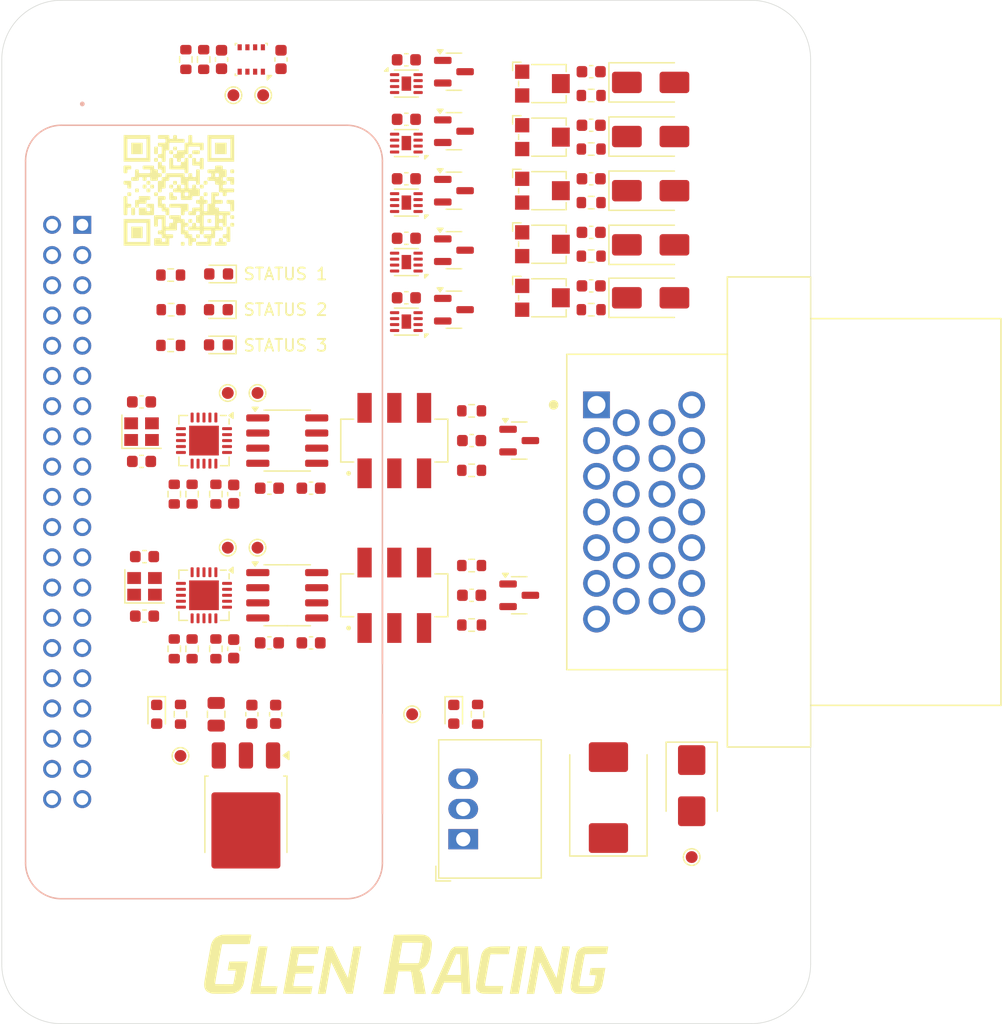
<source format=kicad_pcb>
(kicad_pcb (version 20241229) (generator "pcbnew") (generator_version "9.0")
  (layers (0 "F.Cu" signal) (2 "B.Cu" signal) (13 "F.Paste" user) (15 "B.Paste" user) (5 "F.SilkS" user "F.Silkscreen") (7 "B.SilkS" user "B.Silkscreen") (1 "F.Mask" user) (3 "B.Mask" user) (25 "Edge.Cuts" user))
  (net 0 "")
  (net 1 "GND")
  (net 2 "Net-(U2-OSC2)")
  (net 3 "Net-(U3-OSC2)")
  (net 4 "Net-(U2-OSC1)")
  (net 5 "Net-(U3-OSC1)")
  (net 6 "+3V3")
  (net 7 "Net-(C11-Pad1)")
  (net 8 "Net-(C12-Pad1)")
  (net 9 "+5V")
  (net 10 "+3.3V")
  (net 11 "/D_INPUT_12V_1")
  (net 12 "/D_INPUT_12V_2")
  (net 13 "/D_INPUT_12V_3")
  (net 14 "/D_INPUT_12V_4")
  (net 15 "/D_INPUT_12V_5")
  (net 16 "/~STATUS_LED_1")
  (net 17 "Net-(D1-A)")
  (net 18 "/~STATUS_LED_2")
  (net 19 "Net-(D2-A)")
  (net 20 "/~STATUS_LED_3")
  (net 21 "Net-(D3-A)")
  (net 22 "/CAN_Communication/CAN1_P")
  (net 23 "/CAN_Communication/CAN1_N")
  (net 24 "+BATT")
  (net 25 "+12V")
  (net 26 "Net-(D8-K)")
  (net 27 "Net-(D9-A)")
  (net 29 "/CAN_1_P")
  (net 30 "/D_OUTPUT_12V_3")
  (net 31 "/CAN_2_N")
  (net 32 "/D_OUTPUT_12V_1")
  (net 34 "/D_OUTPUT_12V_5")
  (net 35 "/D_OUTPUT_12V_4")
  (net 36 "/CAN_1_N")
  (net 37 "/CAN_2_P")
  (net 38 "/D_OUTPUT_12V_2")
  (net 39 "Net-(Q1-G)")
  (net 40 "Net-(Q2-G)")
  (net 41 "Net-(Q3-G)")
  (net 42 "Net-(Q4-G)")
  (net 43 "Net-(Q5-G)")
  (net 44 "/~CAN1_CS")
  (net 45 "/~CAN2_CS")
  (net 46 "Net-(U2-~{RESET})")
  (net 47 "Net-(U3-~{RESET})")
  (net 48 "/~CAN1_INT")
  (net 49 "/~CAN2_INT")
  (net 50 "Net-(R10-Pad1)")
  (net 51 "Net-(R11-Pad1)")
  (net 52 "Net-(R12-Pad1)")
  (net 53 "Net-(R13-Pad1)")
  (net 54 "/SCL_3.3V")
  (net 55 "/SDA_3.3V")
  (net 56 "Net-(R19-Pad1)")
  (net 57 "Net-(R20-Pad1)")
  (net 58 "Net-(R21-Pad1)")
  (net 59 "Net-(R22-Pad1)")
  (net 60 "Net-(R23-Pad1)")
  (net 61 "/BATT_MEAS_3.3V")
  (net 62 "/D_INPUT_3.3V_1")
  (net 63 "/D_INPUT_3.3V_2")
  (net 64 "/D_INPUT_3.3V_3")
  (net 65 "/D_INPUT_3.3V_4")
  (net 66 "/D_INPUT_3.3V_5")
  (net 71 "/CAN_Communication/CAN1_TX")
  (net 72 "/CAN_Communication/CAN2_TX")
  (net 73 "/CAN_Communication/CAN1_RX")
  (net 74 "/CAN_Communication/CAN2_RX")
  (net 75 "/D_OUTPUT_3.3V_4_UP")
  (net 77 "/D_OUTPUT_3.3V_5_UP")
  (net 79 "/D_OUTPUT_3.3V_2_UP")
  (net 81 "/MOSI")
  (net 83 "/SCK")
  (net 84 "/D_OUTPUT_3.3V_3_UP")
  (net 86 "/D_OUTPUT_3.3V_1_UP")
  (net 89 "/MISO")
  (net 102 "/CAN_Communication/CAN_STANDBY")
  (footprint "TestPoint:TestPoint_Pad_D1.0mm" (layer "F.Cu") (at 146 90)
    (property "Reference" "TP3" (hide yes))
    (property "Value" "CAN_RX")
    (pad "1" smd circle (at 0 0) (size 1 1) (layers "F.Cu" "F.Mask") (net 73 "/CAN_Communication/CAN1_RX"))
  )
  (footprint "Package_TO_SOT_SMD:SOT-23" (layer "F.Cu") (at 170.5 94)
    (property "Reference" "D4" (hide yes))
    (property "Value" "NUP2105L")
    (pad "1" smd roundrect (at -0.9375 -0.95) (size 1.475 0.6) (layers "F.Cu" "F.Mask" "F.Paste") (net 22 "/CAN_Communication/CAN1_P"))
    (pad "2" smd roundrect (at -0.9375 0.95) (size 1.475 0.6) (layers "F.Cu" "F.Mask" "F.Paste") (net 23 "/CAN_Communication/CAN1_N"))
    (pad "3" smd roundrect (at 0.9375 0) (size 1.475 0.6) (layers "F.Cu" "F.Mask" "F.Paste") (net 1 "GND"))
  )
  (footprint "Resistor_SMD:R_0603_1608Metric" (layer "F.Cu") (at 145 98.5 -90)
    (property "Reference" "R6" (hide yes))
    (property "Value" "10k")
    (pad "1" smd roundrect (at -0.825 0 270) (size 0.8 0.95) (layers "F.Cu" "F.Mask" "F.Paste") (net 46 "Net-(U2-~{RESET})"))
    (pad "2" smd roundrect (at 0.825 0 270) (size 0.8 0.95) (layers "F.Cu" "F.Mask" "F.Paste") (net 10 "+3.3V"))
  )
  (footprint "Package_TO_SOT_SMD:TO-252-3_TabPin2" (layer "F.Cu") (at 147.525 125.5 -90)
    (property "Reference" "U7" (hide yes))
    (property "Value" "TLE42744DV33ATMA1")
    (pad "1" smd roundrect (at -5.04 -2.28 270) (size 2.2 1.2) (layers "F.Cu" "F.Mask" "F.Paste") (roundrect_rratio 0.208333) (net 9 "+5V"))
    (pad "2" smd roundrect (at -5.04 0 270) (size 2.2 1.2) (layers "F.Cu" "F.Mask" "F.Paste") (roundrect_rratio 0.208333) (net 1 "GND"))
    (pad "2" smd roundrect (at 1.26 0 270) (size 6.4 5.8) (layers "F.Cu" "F.Mask") (roundrect_rratio 0.043103) (net 1 "GND"))
    (pad "3" smd roundrect (at -5.04 2.28 270) (size 2.2 1.2) (layers "F.Cu" "F.Mask" "F.Paste") (roundrect_rratio 0.208333) (net 6 "+3V3"))
  )
  (footprint "Capacitor_SMD:C_0603_1608Metric" (layer "F.Cu") (at 150.025 117 -90)
    (property "Reference" "C14" (hide yes))
    (property "Value" "0.1uF")
    (pad "1" smd roundrect (at -0.775 0 270) (size 0.9 0.95) (layers "F.Cu" "F.Mask" "F.Paste") (net 1 "GND"))
    (pad "2" smd roundrect (at 0.775 0 270) (size 0.9 0.95) (layers "F.Cu" "F.Mask" "F.Paste") (net 9 "+5V"))
  )
  (footprint "Resistor_SMD:R_0603_1608Metric" (layer "F.Cu") (at 145 111.5 -90)
    (property "Reference" "R7" (hide yes))
    (property "Value" "10k")
    (pad "1" smd roundrect (at -0.825 0 270) (size 0.8 0.95) (layers "F.Cu" "F.Mask" "F.Paste") (net 47 "Net-(U3-~{RESET})"))
    (pad "2" smd roundrect (at 0.825 0 270) (size 0.8 0.95) (layers "F.Cu" "F.Mask" "F.Paste") (net 10 "+3.3V"))
  )
  (footprint "Potentiometer_SMD:Potentiometer_Bourns_TC33X_Vertical" (layer "F.Cu") (at 172.55 64)
    (property "Reference" "RV2" (hide yes))
    (property "Value" "10k Trim")
    (pad "1" smd rect (at -1.8 -1) (size 1.2 1.2) (layers "F.Cu" "F.Mask" "F.Paste") (net 11 "/D_INPUT_12V_1"))
    (pad "2" smd rect (at 1.45 0) (size 1.5 1.6) (layers "F.Cu" "F.Mask" "F.Paste") (net 62 "/D_INPUT_3.3V_1"))
    (pad "3" smd rect (at -1.8 1) (size 1.2 1.2) (layers "F.Cu" "F.Mask" "F.Paste") (net 56 "Net-(R19-Pad1)"))
  )
  (footprint "Resistor_SMD:R_0603_1608Metric" (layer "F.Cu") (at 176.55 83 180)
    (property "Reference" "R23" (hide yes))
    (property "Value" "2.2k")
    (pad "1" smd roundrect (at -0.825 0 180) (size 0.8 0.95) (layers "F.Cu" "F.Mask" "F.Paste") (net 60 "Net-(R23-Pad1)"))
    (pad "2" smd roundrect (at 0.825 0 180) (size 0.8 0.95) (layers "F.Cu" "F.Mask" "F.Paste") (net 1 "GND"))
  )
  (footprint "TestPoint:TestPoint_Pad_D1.0mm" (layer "F.Cu") (at 146.475 64.975 180)
    (property "Reference" "TP9" (hide yes))
    (property "Value" "SCL")
    (pad "1" smd circle (at 0 0 180) (size 1 1) (layers "F.Cu" "F.Mask") (net 54 "/SCL_3.3V"))
  )
  (footprint "Potentiometer_SMD:Potentiometer_Bourns_TC33X_Vertical" (layer "F.Cu") (at 172.55 77.5)
    (property "Reference" "RV5" (hide yes))
    (property "Value" "10k Trim")
    (pad "1" smd rect (at -1.8 -1) (size 1.2 1.2) (layers "F.Cu" "F.Mask" "F.Paste") (net 14 "/D_INPUT_12V_4"))
    (pad "2" smd rect (at 1.45 0) (size 1.5 1.6) (layers "F.Cu" "F.Mask" "F.Paste") (net 65 "/D_INPUT_3.3V_4"))
    (pad "3" smd rect (at -1.8 1) (size 1.2 1.2) (layers "F.Cu" "F.Mask" "F.Paste") (net 59 "Net-(R22-Pad1)"))
  )
  (footprint "Capacitor_SMD:C_0603_1608Metric" (layer "F.Cu") (at 176.55 81 180)
    (property "Reference" "C26" (hide yes))
    (property "Value" "0.1uF")
    (pad "1" smd roundrect (at -0.775 0 180) (size 0.9 0.95) (layers "F.Cu" "F.Mask" "F.Paste") (net 15 "/D_INPUT_12V_5"))
    (pad "2" smd roundrect (at 0.775 0 180) (size 0.9 0.95) (layers "F.Cu" "F.Mask" "F.Paste") (net 1 "GND"))
  )
  (footprint "Package_TO_SOT_SMD:SOT-23" (layer "F.Cu") (at 165.0125 83)
    (property "Reference" "Q1" (hide yes))
    (property "Value" "BSS138")
    (pad "1" smd roundrect (at -0.9375 -0.95) (size 1.475 0.6) (layers "F.Cu" "F.Mask" "F.Paste") (net 39 "Net-(Q1-G)"))
    (pad "2" smd roundrect (at -0.9375 0.95) (size 1.475 0.6) (layers "F.Cu" "F.Mask" "F.Paste") (net 32 "/D_OUTPUT_12V_1"))
    (pad "3" smd roundrect (at 0.9375 0) (size 1.475 0.6) (layers "F.Cu" "F.Mask" "F.Paste") (net 25 "+12V"))
  )
  (footprint "Diode_SMD:D_SMA" (layer "F.Cu") (at 181.55 63.9)
    (property "Reference" "D10" (hide yes))
    (property "Value" "SMAJ15CA")
    (pad "1" smd roundrect (at -2 0) (size 2.5 1.8) (layers "F.Cu" "F.Mask" "F.Paste") (roundrect_rratio 0.1388888889) (net 11 "/D_INPUT_12V_1"))
    (pad "2" smd roundrect (at 2 0) (size 2.5 1.8) (layers "F.Cu" "F.Mask" "F.Paste") (roundrect_rratio 0.1388888889) (net 1 "GND"))
  )
  (footprint "Resistor_SMD:R_0603_1608Metric" (layer "F.Cu") (at 141.5 98.5 90)
    (property "Reference" "R8" (hide yes))
    (property "Value" "10k")
    (pad "1" smd roundrect (at -0.825 0 90) (size 0.8 0.95) (layers "F.Cu" "F.Mask" "F.Paste") (net 10 "+3.3V"))
    (pad "2" smd roundrect (at 0.825 0 90) (size 0.8 0.95) (layers "F.Cu" "F.Mask" "F.Paste") (net 48 "/~CAN1_INT"))
  )
  (footprint "Potentiometer_SMD:Potentiometer_Bourns_TC33X_Vertical" (layer "F.Cu") (at 172.55 82)
    (property "Reference" "RV6" (hide yes))
    (property "Value" "10k Trim")
    (pad "1" smd rect (at -1.8 -1) (size 1.2 1.2) (layers "F.Cu" "F.Mask" "F.Paste") (net 15 "/D_INPUT_12V_5"))
    (pad "2" smd rect (at 1.45 0) (size 1.5 1.6) (layers "F.Cu" "F.Mask" "F.Paste") (net 66 "/D_INPUT_3.3V_5"))
    (pad "3" smd rect (at -1.8 1) (size 1.2 1.2) (layers "F.Cu" "F.Mask" "F.Paste") (net 60 "Net-(R23-Pad1)"))
  )
  (footprint "Diode_SMD:D_SMB" (layer "F.Cu") (at 185 123 -90)
    (property "Reference" "D6" (hide yes))
    (property "Value" "SMBJ36CA-13-F")
    (pad "1" smd roundrect (at -2.15 0 270) (size 2.5 2.3) (layers "F.Cu" "F.Mask" "F.Paste") (roundrect_rratio 0.1086956522) (net 24 "+BATT"))
    (pad "2" smd roundrect (at 2.15 0 270) (size 2.5 2.3) (layers "F.Cu" "F.Mask" "F.Paste") (roundrect_rratio 0.1086956522) (net 1 "GND"))
  )
  (footprint "LED_SMD:LED_0603_1608Metric" (layer "F.Cu") (at 145.2325 80 180)
    (property "Reference" "D3" (hide yes))
    (property "Value" "LED")
    (pad "1" smd roundrect (at -0.7875 0 180) (size 0.875 0.95) (layers "F.Cu" "F.Mask" "F.Paste") (net 20 "/~STATUS_LED_3"))
    (pad "2" smd roundrect (at 0.7875 0 180) (size 0.875 0.95) (layers "F.Cu" "F.Mask" "F.Paste") (net 21 "Net-(D3-A)"))
  )
  (footprint "Capacitor_SMD:C_0603_1608Metric" (layer "F.Cu") (at 176.55 72 180)
    (property "Reference" "C22" (hide yes))
    (property "Value" "0.1uF")
    (pad "1" smd roundrect (at -0.775 0 180) (size 0.9 0.95) (layers "F.Cu" "F.Mask" "F.Paste") (net 13 "/D_INPUT_12V_3"))
    (pad "2" smd roundrect (at 0.775 0 180) (size 0.9 0.95) (layers "F.Cu" "F.Mask" "F.Paste") (net 1 "GND"))
  )
  (footprint "Package_DFN_QFN:QFN-20-1EP_4x4mm_P0.5mm_EP2.5x2.5mm" (layer "F.Cu") (at 144 107 -90)
    (property "Reference" "U3" (hide yes))
    (property "Value" "MCP2515T-I/ML")
    (pad "1" smd roundrect (at -1.9375 -1 270) (size 0.825 0.25) (layers "F.Cu" "F.Mask" "F.Paste"))
    (pad "2" smd roundrect (at -1.9375 -0.5 270) (size 0.825 0.25) (layers "F.Cu" "F.Mask" "F.Paste"))
    (pad "3" smd roundrect (at -1.9375 0 270) (size 0.825 0.25) (layers "F.Cu" "F.Mask" "F.Paste"))
    (pad "4" smd roundrect (at -1.9375 0.5 270) (size 0.825 0.25) (layers "F.Cu" "F.Mask" "F.Paste"))
    (pad "5" smd roundrect (at -1.9375 1 270) (size 0.825 0.25) (layers "F.Cu" "F.Mask" "F.Paste"))
    (pad "6" smd roundrect (at -1 1.9375 270) (size 0.25 0.825) (layers "F.Cu" "F.Mask" "F.Paste") (net 3 "Net-(U3-OSC2)"))
    (pad "7" smd roundrect (at -0.5 1.9375 270) (size 0.25 0.825) (layers "F.Cu" "F.Mask" "F.Paste") (net 5 "Net-(U3-OSC1)"))
    (pad "8" smd roundrect (at 0 1.9375 270) (size 0.25 0.825) (layers "F.Cu" "F.Mask" "F.Paste") (net 1 "GND"))
    (pad "9" smd roundrect (at 0.5 1.9375 270) (size 0.25 0.825) (layers "F.Cu" "F.Mask" "F.Paste"))
    (pad "10" smd roundrect (at 1 1.9375 270) (size 0.25 0.825) (layers "F.Cu" "F.Mask" "F.Paste"))
    (pad "11" smd roundrect (at 1.9375 1 270) (size 0.825 0.25) (layers "F.Cu" "F.Mask" "F.Paste") (net 49 "/~CAN2_INT"))
    (pad "12" smd roundrect (at 1.9375 0.5 270) (size 0.825 0.25) (layers "F.Cu" "F.Mask" "F.Paste") (net 83 "/SCK"))
    (pad "13" smd roundrect (at 1.9375 0 270) (size 0.825 0.25) (layers "F.Cu" "F.Mask" "F.Paste"))
    (pad "14" smd roundrect (at 1.9375 -0.5 270) (size 0.825 0.25) (layers "F.Cu" "F.Mask" "F.Paste") (net 81 "/MOSI"))
    (pad "15" smd roundrect (at 1.9375 -1 270) (size 0.825 0.25) (layers "F.Cu" "F.Mask" "F.Paste") (net 89 "/MISO"))
    (pad "16" smd roundrect (at 1 -1.9375 270) (size 0.25 0.825) (layers "F.Cu" "F.Mask" "F.Paste") (net 45 "/~CAN2_CS"))
    (pad "17" smd roundrect (at 0.5 -1.9375 270) (size 0.25 0.825) (layers "F.Cu" "F.Mask" "F.Paste") (net 47 "Net-(U3-~{RESET})"))
    (pad "18" smd roundrect (at 0 -1.9375 270) (size 0.25 0.825) (layers "F.Cu" "F.Mask" "F.Paste") (net 6 "+3V3"))
    (pad "19" smd roundrect (at -0.5 -1.9375 270) (size 0.25 0.825) (layers "F.Cu" "F.Mask" "F.Paste") (net 72 "/CAN_Communication/CAN2_TX"))
    (pad "20" smd roundrect (at -1 -1.9375 270) (size 0.25 0.825) (layers "F.Cu" "F.Mask" "F.Paste") (net 74 "/CAN_Communication/CAN2_RX"))
    (pad "21" smd rect (at 0 0 270) (size 2.5 2.5) (property pad_prop_heatsink) (layers "F.Cu" "F.Mask") (net 1 "GND"))
  )
  (footprint "Capacitor_SMD:C_0603_1608Metric" (layer "F.Cu") (at 138.75 95.75)
    (property "Reference" "C3" (hide yes))
    (property "Value" "22pF")
    (pad "1" smd roundrect (at -0.775 0) (size 0.9 0.95) (layers "F.Cu" "F.Mask" "F.Paste") (net 4 "Net-(U2-OSC1)"))
    (pad "2" smd roundrect (at 0.775 0) (size 0.9 0.95) (layers "F.Cu" "F.Mask" "F.Paste") (net 1 "GND"))
  )
  (footprint "TestPoint:TestPoint_Pad_D1.0mm" (layer "F.Cu") (at 148.5 90)
    (property "Reference" "TP1" (hide yes))
    (property "Value" "CAN_TX")
    (pad "1" smd circle (at 0 0) (size 1 1) (layers "F.Cu" "F.Mask") (net 71 "/CAN_Communication/CAN1_TX"))
  )
  (footprint "Resistor_SMD:R_0603_1608Metric" (layer "F.Cu") (at 141.2325 83)
    (property "Reference" "R2" (hide yes))
    (property "Value" "1k")
    (pad "1" smd roundrect (at -0.825 0) (size 0.8 0.95) (layers "F.Cu" "F.Mask" "F.Paste") (net 10 "+3.3V"))
    (pad "2" smd roundrect (at 0.825 0) (size 0.8 0.95) (layers "F.Cu" "F.Mask" "F.Paste") (net 19 "Net-(D2-A)"))
  )
  (footprint "Resistor_SMD:R_0603_1608Metric" (layer "F.Cu") (at 143 111.5 90)
    (property "Reference" "R5" (hide yes))
    (property "Value" "10k")
    (pad "1" smd roundrect (at -0.825 0 90) (size 0.8 0.95) (layers "F.Cu" "F.Mask" "F.Paste") (net 10 "+3.3V"))
    (pad "2" smd roundrect (at 0.825 0 90) (size 0.8 0.95) (layers "F.Cu" "F.Mask" "F.Paste") (net 45 "/~CAN2_CS"))
  )
  (footprint "MountingHole:MountingHole_3.2mm_M3" (layer "F.Cu") (at 132 62)
    (property "Reference" "H1" (hide yes))
    (property "Value" "MountingHole")
    (pad "" np_thru_hole circle (at 0 0) (size 3.2 3.2) (drill 3.2) (layers "*.Cu" "*.Mask"))
  )
  (footprint "Capacitor_SMD:C_0603_1608Metric" (layer "F.Cu") (at 161.0125 67 180)
    (property "Reference" "C25" (hide yes))
    (property "Value" "0.1uF")
    (pad "1" smd roundrect (at -0.775 0 180) (size 0.9 0.95) (layers "F.Cu" "F.Mask" "F.Paste") (net 1 "GND"))
    (pad "2" smd roundrect (at 0.775 0 180) (size 0.9 0.95) (layers "F.Cu" "F.Mask" "F.Paste") (net 9 "+5V"))
  )
  (footprint "Capacitor_SMD:C_0603_1608Metric" (layer "F.Cu") (at 161.0125 77 180)
    (property "Reference" "C19" (hide yes))
    (property "Value" "0.1uF")
    (pad "1" smd roundrect (at -0.775 0 180) (size 0.9 0.95) (layers "F.Cu" "F.Mask" "F.Paste") (net 1 "GND"))
    (pad "2" smd roundrect (at 0.775 0 180) (size 0.9 0.95) (layers "F.Cu" "F.Mask" "F.Paste") (net 9 "+5V"))
  )
  (footprint "Capacitor_SMD:C_0603_1608Metric" (layer "F.Cu") (at 161.0125 62 180)
    (property "Reference" "C27" (hide yes))
    (property "Value" "0.1uF")
    (pad "1" smd roundrect (at -0.775 0 180) (size 0.9 0.95) (layers "F.Cu" "F.Mask" "F.Paste") (net 1 "GND"))
    (pad "2" smd roundrect (at 0.775 0 180) (size 0.9 0.95) (layers "F.Cu" "F.Mask" "F.Paste") (net 9 "+5V"))
  )
  (footprint "Package_SO:SOIC-8_3.9x4.9mm_P1.27mm" (layer "F.Cu") (at 151 107)
    (property "Reference" "U5" (hide yes))
    (property "Value" "TCAN3403DRQ1")
    (pad "1" smd roundrect (at -2.475 -1.905) (size 1.95 0.6) (layers "F.Cu" "F.Mask" "F.Paste") (net 72 "/CAN_Communication/CAN2_TX"))
    (pad "2" smd roundrect (at -2.475 -0.635) (size 1.95 0.6) (layers "F.Cu" "F.Mask" "F.Paste") (net 1 "GND"))
    (pad "3" smd roundrect (at -2.475 0.635) (size 1.95 0.6) (layers "F.Cu" "F.Mask" "F.Paste") (net 6 "+3V3"))
    (pad "4" smd roundrect (at -2.475 1.905) (size 1.95 0.6) (layers "F.Cu" "F.Mask" "F.Paste") (net 74 "/CAN_Communication/CAN2_RX"))
    (pad "5" smd roundrect (at 2.475 1.905) (size 1.95 0.6) (layers "F.Cu" "F.Mask" "F.Paste") (net 6 "+3V3"))
    (pad "6" smd roundrect (at 2.475 0.635) (size 1.95 0.6) (layers "F.Cu" "F.Mask" "F.Paste") (net 23 "/CAN_Communication/CAN1_N"))
    (pad "7" smd roundrect (at 2.475 -0.635) (size 1.95 0.6) (layers "F.Cu" "F.Mask" "F.Paste") (net 22 "/CAN_Communication/CAN1_P"))
    (pad "8" smd roundrect (at 2.475 -1.905) (size 1.95 0.6) (layers "F.Cu" "F.Mask" "F.Paste") (net 102 "/CAN_Communication/CAN_STANDBY"))
  )
  (footprint "TestPoint:TestPoint_Pad_D1.0mm" (layer "F.Cu") (at 161.5 117)
    (property "Reference" "TP6" (hide yes))
    (property "Value" "5V")
    (pad "1" smd circle (at 0 0) (size 1 1) (layers "F.Cu" "F.Mask") (net 9 "+5V"))
  )
  (footprint "Resistor_SMD:R_0603_1608Metric" (layer "F.Cu") (at 141.2025 86)
    (property "Reference" "R1" (hide yes))
    (property "Value" "1k")
    (pad "1" smd roundrect (at -0.825 0) (size 0.8 0.95) (layers "F.Cu" "F.Mask" "F.Paste") (net 10 "+3.3V"))
    (pad "2" smd roundrect (at 0.825 0) (size 0.8 0.95) (layers "F.Cu" "F.Mask" "F.Paste") (net 17 "Net-(D1-A)"))
  )
  (footprint "Resistor_SMD:R_0603_1608Metric" (layer "F.Cu") (at 166.5 109.5)
    (property "Reference" "R13" (hide yes))
    (property "Value" "60.4")
    (pad "1" smd roundrect (at -0.825 0) (size 0.8 0.95) (layers "F.Cu" "F.Mask" "F.Paste") (net 53 "Net-(R13-Pad1)"))
    (pad "2" smd roundrect (at 0.825 0) (size 0.8 0.95) (layers "F.Cu" "F.Mask" "F.Paste") (net 8 "Net-(C12-Pad1)"))
  )
  (footprint "Capacitor_SMD:C_0603_1608Metric" (layer "F.Cu") (at 161.0125 72 180)
    (property "Reference" "C24" (hide yes))
    (property "Value" "0.1uF")
    (pad "1" smd roundrect (at -0.775 0 180) (size 0.9 0.95) (layers "F.Cu" "F.Mask" "F.Paste") (net 1 "GND"))
    (pad "2" smd roundrect (at 0.775 0 180) (size 0.9 0.95) (layers "F.Cu" "F.Mask" "F.Paste") (net 9 "+5V"))
  )
  (footprint "Package_TO_SOT_SMD:SOT-23" (layer "F.Cu") (at 170.5 107)
    (property "Reference" "D5" (hide yes))
    (property "Value" "NUP2105L")
    (pad "1" smd roundrect (at -0.9375 -0.95) (size 1.475 0.6) (layers "F.Cu" "F.Mask" "F.Paste") (net 22 "/CAN_Communication/CAN1_P"))
    (pad "2" smd roundrect (at -0.9375 0.95) (size 1.475 0.6) (layers "F.Cu" "F.Mask" "F.Paste") (net 23 "/CAN_Communication/CAN1_N"))
    (pad "3" smd roundrect (at 0.9375 0) (size 1.475 0.6) (layers "F.Cu" "F.Mask" "F.Paste") (net 1 "GND"))
  )
  (footprint "Package_TO_SOT_SMD:SOT-23" (layer "F.Cu") (at 165.0125 63)
    (property "Reference" "Q5" (hide yes))
    (property "Value" "BSS138")
    (pad "1" smd roundrect (at -0.9375 -0.95) (size 1.475 0.6) (layers "F.Cu" "F.Mask" "F.Paste") (net 43 "Net-(Q5-G)"))
    (pad "2" smd roundrect (at -0.9375 0.95) (size 1.475 0.6) (layers "F.Cu" "F.Mask" "F.Paste") (net 34 "/D_OUTPUT_12V_5"))
    (pad "3" smd roundrect (at 0.9375 0) (size 1.475 0.6) (layers "F.Cu" "F.Mask" "F.Paste") (net 25 "+12V"))
  )
  (footprint "Resistor_SMD:R_0603_1608Metric" (layer "F.Cu") (at 176.55 65 180)
    (property "Reference" "R19" (hide yes))
    (property "Value" "2.2k")
    (pad "1" smd roundrect (at -0.825 0 180) (size 0.8 0.95) (layers "F.Cu" "F.Mask" "F.Paste") (net 56 "Net-(R19-Pad1)"))
    (pad "2" smd roundrect (at 0.825 0 180) (size 0.8 0.95) (layers "F.Cu" "F.Mask" "F.Paste") (net 1 "GND"))
  )
  (footprint "Resistor_SMD:R_0603_1608Metric" (layer "F.Cu") (at 143 98.5 90)
    (property "Reference" "R4" (hide yes))
    (property "Value" "10k")
    (pad "1" smd roundrect (at -0.825 0 90) (size 0.8 0.95) (layers "F.Cu" "F.Mask" "F.Paste") (net 10 "+3.3V"))
    (pad "2" smd roundrect (at 0.825 0 90) (size 0.8 0.95) (layers "F.Cu" "F.Mask" "F.Paste") (net 44 "/~CAN1_CS"))
  )
  (footprint "Resistor_SMD:R_0603_1608Metric" (layer "F.Cu") (at 166.5 96.5)
    (property "Reference" "R11" (hide yes))
    (property "Value" "60.4")
    (pad "1" smd roundrect (at -0.825 0) (size 0.8 0.95) (layers "F.Cu" "F.Mask" "F.Paste") (net 51 "Net-(R11-Pad1)"))
    (pad "2" smd roundrect (at 0.825 0) (size 0.8 0.95) (layers "F.Cu" "F.Mask" "F.Paste") (net 7 "Net-(C11-Pad1)"))
  )
  (footprint "Resistor_SMD:R_0603_1608Metric" (layer "F.Cu") (at 167 117 90)
    (property "Reference" "R15" (hide yes))
    (property "Value" "1k")
    (pad "1" smd roundrect (at -0.825 0 90) (size 0.8 0.95) (layers "F.Cu" "F.Mask" "F.Paste") (net 26 "Net-(D8-K)"))
    (pad "2" smd roundrect (at 0.825 0 90) (size 0.8 0.95) (layers "F.Cu" "F.Mask" "F.Paste") (net 1 "GND"))
  )
  (footprint "Package_TO_SOT_SMD:SOT-23" (layer "F.Cu") (at 165.0125 78)
    (property "Reference" "Q2" (hide yes))
    (property "Value" "BSS138")
    (pad "1" smd roundrect (at -0.9375 -0.95) (size 1.475 0.6) (layers "F.Cu" "F.Mask" "F.Paste") (net 40 "Net-(Q2-G)"))
    (pad "2" smd roundrect (at -0.9375 0.95) (size 1.475 0.6) (layers "F.Cu" "F.Mask" "F.Paste") (net 38 "/D_OUTPUT_12V_2"))
    (pad "3" smd roundrect (at 0.9375 0) (size 1.475 0.6) (layers "F.Cu" "F.Mask" "F.Paste") (net 25 "+12V"))
  )
  (footprint "Resistor_SMD:R_0603_1608Metric" (layer "F.Cu") (at 176.55 74 180)
    (property "Reference" "R21" (hide yes))
    (property "Value" "2.2k")
    (pad "1" smd roundrect (at -0.825 0 180) (size 0.8 0.95) (layers "F.Cu" "F.Mask" "F.Paste") (net 58 "Net-(R21-Pad1)"))
    (pad "2" smd roundrect (at 0.825 0 180) (size 0.8 0.95) (layers "F.Cu" "F.Mask" "F.Paste") (net 1 "GND"))
  )
  (footprint "Capacitor_SMD:C_0603_1608Metric" (layer "F.Cu") (at 145.475 61.975 -90)
    (property "Reference" "C16" (hide yes))
    (property "Value" "0.1uF")
    (pad "1" smd roundrect (at -0.775 0 270) (size 0.9 0.95) (layers "F.Cu" "F.Mask" "F.Paste") (net 10 "+3.3V"))
    (pad "2" smd roundrect (at 0.775 0 270) (size 0.9 0.95) (layers "F.Cu" "F.Mask" "F.Paste") (net 1 "GND"))
  )
  (footprint "Capacitor_SMD:C_0603_1608Metric" (layer "F.Cu") (at 149.5 111 180)
    (property "Reference" "C10" (hide yes))
    (property "Value" "0.1uF")
    (pad "1" smd roundrect (at -0.775 0 180) (size 0.9 0.95) (layers "F.Cu" "F.Mask" "F.Paste") (net 6 "+3V3"))
    (pad "2" smd roundrect (at 0.775 0 180) (size 0.9 0.95) (layers "F.Cu" "F.Mask" "F.Paste") (net 1 "GND"))
  )
  (footprint "Crystal:Crystal_SMD_2520-4Pin_2.5x2.0mm" (layer "F.Cu") (at 138.75 93.25)
    (property "Reference" "Y1" (hide yes))
    (property "Value" "20 MHz")
    (pad "1" smd rect (at -0.875 0.7) (size 1.15 1) (layers "F.Cu" "F.Mask" "F.Paste") (net 4 "Net-(U2-OSC1)"))
    (pad "2" smd rect (at 0.875 0.7) (size 1.15 1) (layers "F.Cu" "F.Mask" "F.Paste") (net 1 "GND"))
    (pad "3" smd rect (at 0.875 -0.7) (size 1.15 1) (layers "F.Cu" "F.Mask" "F.Paste") (net 2 "Net-(U2-OSC2)"))
    (pad "4" smd rect (at -0.875 -0.7) (size 1.15 1) (layers "F.Cu" "F.Mask" "F.Paste") (net 1 "GND"))
  )
  (footprint "can_datalogger_board:SW_JS202011SCQN" (layer "F.Cu") (at 160 107)
    (property "Reference" "SW2" (hide yes))
    (property "Value" "JS202011SCQN")
    (pad "1" smd rect (at -2.5 2.75) (size 1.2 2.5) (layers "F.Cu" "F.Mask" "F.Paste") (net 23 "/CAN_Communication/CAN1_N"))
    (pad "2" smd rect (at 0 2.75) (size 1.2 2.5) (layers "F.Cu" "F.Mask" "F.Paste") (net 53 "Net-(R13-Pad1)"))
    (pad "3" smd rect (at 2.5 2.75) (size 1.2 2.5) (layers "F.Cu" "F.Mask" "F.Paste"))
    (pad "4" smd rect (at -2.5 -2.75) (size 1.2 2.5) (layers "F.Cu" "F.Mask" "F.Paste"))
    (pad "5" smd rect (at 0 -2.75) (size 1.2 2.5) (layers "F.Cu" "F.Mask" "F.Paste") (net 52 "Net-(R12-Pad1)"))
    (pad "6" smd rect (at 2.5 -2.75) (size 1.2 2.5) (layers "F.Cu" "F.Mask" "F.Paste") (net 22 "/CAN_Communication/CAN1_P"))
  )
  (footprint "Package_TO_SOT_SMD:SOT-23" (layer "F.Cu") (at 165.0125 73)
    (property "Reference" "Q3" (hide yes))
    (property "Value" "BSS138")
    (pad "1" smd roundrect (at -0.9375 -0.95) (size 1.475 0.6) (layers "F.Cu" "F.Mask" "F.Paste") (net 41 "Net-(Q3-G)"))
    (pad "2" smd roundrect (at -0.9375 0.95) (size 1.475 0.6) (layers "F.Cu" "F.Mask" "F.Paste") (net 30 "/D_OUTPUT_12V_3"))
    (pad "3" smd roundrect (at 0.9375 0) (size 1.475 0.6) (layers "F.Cu" "F.Mask" "F.Paste") (net 25 "+12V"))
  )
  (footprint "Capacitor_SMD:C_0603_1608Metric" (layer "F.Cu") (at 176.55 63 180)
    (property "Reference" "C20" (hide yes))
    (property "Value" "0.1uF")
    (pad "1" smd roundrect (at -0.775 0 180) (size 0.9 0.95) (layers "F.Cu" "F.Mask" "F.Paste") (net 11 "/D_INPUT_12V_1"))
    (pad "2" smd roundrect (at 0.775 0 180) (size 0.9 0.95) (layers "F.Cu" "F.Mask" "F.Paste") (net 1 "GND"))
  )
  (footprint "MountingHole:MountingHole_3.2mm_M3" (layer "F.Cu") (at 190 62)
    (property "Reference" "H2" (hide yes))
    (property "Value" "MountingHole")
    (pad "" np_thru_hole circle (at 0 0) (size 3.2 3.2) (drill 3.2) (layers "*.Cu" "*.Mask"))
  )
  (footprint "TestPoint:TestPoint_Pad_D1.0mm" (layer "F.Cu") (at 185 129)
    (property "Reference" "TP7" (hide yes))
    (property "Value" "GND")
    (pad "1" smd circle (at 0 0) (size 1 1) (layers "F.Cu" "F.Mask") (net 1 "GND"))
  )
  (footprint "TestPoint:TestPoint_Pad_D1.0mm" (layer "F.Cu") (at 142.025 120.5)
    (property "Reference" "TP8" (hide yes))
    (property "Value" "3.3V")
    (pad "1" smd circle (at 0 0) (size 1 1) (layers "F.Cu" "F.Mask") (net 6 "+3V3"))
  )
  (footprint "LED_SMD:LED_0603_1608Metric" (layer "F.Cu") (at 145.2125 85.96 180)
    (property "Reference" "D1" (hide yes))
    (property "Value" "LED")
    (pad "1" smd roundrect (at -0.7875 0 180) (size 0.875 0.95) (layers "F.Cu" "F.Mask" "F.Paste") (net 16 "/~STATUS_LED_1"))
    (pad "2" smd roundrect (at 0.7875 0 180) (size 0.875 0.95) (layers "F.Cu" "F.Mask" "F.Paste") (net 17 "Net-(D1-A)"))
  )
  (footprint "can_datalogger_board:glen_racing_logo" (layer "F.Cu") (at 161 138)
    (property "Reference" "G***" (hide yes))
    (property "Value" "LOGO" (hide yes))
  )
  (footprint "Package_TO_SOT_SMD:SOT-23" (layer "F.Cu") (at 165.0125 68)
    (property "Reference" "Q4" (hide yes))
    (property "Value" "BSS138")
    (pad "1" smd roundrect (at -0.9375 -0.95) (size 1.475 0.6) (layers "F.Cu" "F.Mask" "F.Paste") (net 42 "Net-(Q4-G)"))
    (pad "2" smd roundrect (at -0.9375 0.95) (size 1.475 0.6) (layers "F.Cu" "F.Mask" "F.Paste") (net 35 "/D_OUTPUT_12V_4"))
    (pad "3" smd roundrect (at 0.9375 0) (size 1.475 0.6) (layers "F.Cu" "F.Mask" "F.Paste") (net 25 "+12V"))
  )
  (footprint "TestPoint:TestPoint_Pad_D1.0mm" (layer "F.Cu") (at 148.5 103)
    (property "Reference" "TP2" (hide yes))
    (property "Value" "CAN_TX")
    (pad "1" smd circle (at 0 0) (size 1 1) (layers "F.Cu" "F.Mask") (net 72 "/CAN_Communication/CAN2_TX"))
  )
  (footprint "Capacitor_SMD:C_0603_1608Metric" (layer "F.Cu") (at 146.5 98.5 -90)
    (property "Reference" "C5" (hide yes))
    (property "Value" "0.1uF")
    (pad "1" smd roundrect (at -0.775 0 270) (size 0.9 0.95) (layers "F.Cu" "F.Mask" "F.Paste") (net 6 "+3V3"))
    (pad "2" smd roundrect (at 0.775 0 270) (size 0.9 0.95) (layers "F.Cu" "F.Mask" "F.Paste") (net 1 "GND"))
  )
  (footprint "Resistor_SMD:R_0603_1608Metric" (layer "F.Cu") (at 176.55 78.5 180)
    (property "Reference" "R22" (hide yes))
    (property "Value" "2.2k")
    (pad "1" smd roundrect (at -0.825 0 180) (size 0.8 0.95) (layers "F.Cu" "F.Mask" "F.Paste") (net 59 "Net-(R22-Pad1)"))
    (pad "2" smd roundrect (at 0.825 0 180) (size 0.8 0.95) (layers "F.Cu" "F.Mask" "F.Paste") (net 1 "GND"))
  )
  (footprint "Capacitor_SMD:C_0603_1608Metric" (layer "F.Cu") (at 176.55 67.5 180)
    (property "Reference" "C21" (hide yes))
    (property "Value" "0.1uF")
    (pad "1" smd roundrect (at -0.775 0 180) (size 0.9 0.95) (layers "F.Cu" "F.Mask" "F.Paste") (net 12 "/D_INPUT_12V_2"))
    (pad "2" smd roundrect (at 0.775 0 180) (size 0.9 0.95) (layers "F.Cu" "F.Mask" "F.Paste") (net 1 "GND"))
  )
  (footprint "MountingHole:MountingHole_3.2mm_M3" (layer "F.Cu") (at 190 138)
    (property "Reference" "H4" (hide yes))
    (property "Value" "MountingHole")
    (pad "" np_thru_hole circle (at 0 0) (size 3.2 3.2) (drill 3.2) (layers "*.Cu" "*.Mask"))
  )
  (footprint "Package_DFN_QFN:TDFN-8-1EP_2x2mm_P0.5mm_EP0.8x1.2mm" (layer "F.Cu") (at 161.0125 79 180)
    (property "Reference" "U10" (hide yes))
    (property "Value" "SLG55021")
    (pad "1" smd roundrect (at -0.9875 -0.75 180) (size 0.775 0.25) (layers "F.Cu" "F.Mask" "F.Paste") (net 9 "+5V"))
    (pad "2" smd roundrect (at -0.9875 -0.25 180) (size 0.775 0.25) (layers "F.Cu" "F.Mask" "F.Paste") (net 79 "/D_OUTPUT_3.3V_2_UP"))
    (pad "3" smd roundrect (at -0.9875 0.25 180) (size 0.775 0.25) (layers "F.Cu" "F.Mask" "F.Paste") (net 79 "/D_OUTPUT_3.3V_2_UP"))
    (pad "4" smd roundrect (at -0.9875 0.75 180) (size 0.775 0.25) (layers "F.Cu" "F.Mask" "F.Paste") (net 1 "GND"))
    (pad "5" smd roundrect (at 0.9875 0.75 180) (size 0.775 0.25) (layers "F.Cu" "F.Mask" "F.Paste") (net 25 "+12V"))
    (pad "6" smd roundrect (at 0.9875 0.25 180) (size 0.775 0.25) (layers "F.Cu" "F.Mask" "F.Paste") (net 38 "/D_OUTPUT_12V_2"))
    (pad "7" smd roundrect (at 0.9875 -0.25 180) (size 0.775 0.25) (layers "F.Cu" "F.Mask" "F.Paste") (net 40 "Net-(Q2-G)"))
    (pad "8" smd roundrect (at 0.9875 -0.75 180) (size 0.775 0.25) (layers "F.Cu" "F.Mask" "F.Paste"))
    (pad "9" smd rect (at 0 0 180) (size 0.8 1.2) (property pad_prop_heatsink) (layers "F.Cu" "F.Mask"))
  )
  (footprint "Diode_SMD:D_SMA" (layer "F.Cu") (at 181.55 68.45)
    (property "Reference" "D11" (hide yes))
    (property "Value" "SMAJ15CA")
    (pad "1" smd roundrect (at -2 0) (size 2.5 1.8) (layers "F.Cu" "F.Mask" "F.Paste") (roundrect_rratio 0.1388888889) (net 12 "/D_INPUT_12V_2"))
    (pad "2" smd roundrect (at 2 0) (size 2.5 1.8) (layers "F.Cu" "F.Mask" "F.Paste") (roundrect_rratio 0.1388888889) (net 1 "GND"))
  )
  (footprint "can_datalogger_board:repo_link" (layer "F.Cu") (at 142 73)
    (property "Reference" "G***" (hide yes))
    (property "Value" "LOGO" (hide yes))
  )
  (footprint "Diode_SMD:D_SMA" (layer "F.Cu") (at 181.55 73)
    (property "Reference" "D12" (hide yes))
    (property "Value" "SMAJ15CA")
    (pad "1" smd roundrect (at -2 0) (size 2.5 1.8) (layers "F.Cu" "F.Mask" "F.Paste") (roundrect_rratio 0.1388888889) (net 13 "/D_INPUT_12V_3"))
    (pad "2" smd roundrect (at 2 0) (size 2.5 1.8) (layers "F.Cu" "F.Mask" "F.Paste") (roundrect_rratio 0.1388888889) (net 1 "GND"))
  )
  (footprint "Capacitor_SMD:C_0603_1608Metric" (layer "F.Cu") (at 139 103.75 180)
    (property "Reference" "C4" (hide yes))
    (property "Value" "22pF")
    (pad "1" smd roundrect (at -0.775 0 180) (size 0.9 0.95) (layers "F.Cu" "F.Mask" "F.Paste") (net 5 "Net-(U3-OSC1)"))
    (pad "2" smd roundrect (at 0.775 0 180) (size 0.9 0.95) (layers "F.Cu" "F.Mask" "F.Paste") (net 1 "GND"))
  )
  (footprint "Capacitor_SMD:C_0805_2012Metric" (layer "F.Cu") (at 145.025 117 90)
    (property "Reference" "C15" (hide yes))
    (property "Value" "22uF")
    (pad "1" smd roundrect (at -0.95 0 90) (size 1 1.45) (layers "F.Cu" "F.Mask" "F.Paste") (net 6 "+3V3"))
    (pad "2" smd roundrect (at 0.95 0 90) (size 1 1.45) (layers "F.Cu" "F.Mask" "F.Paste") (net 1 "GND"))
  )
  (footprint "Resistor_SMD:R_0603_1608Metric" (layer "F.Cu") (at 141.5 111.5 90)
    (property "Reference" "R9" (hide yes))
    (property "Value" "10k")
    (pad "1" smd roundrect (at -0.825 0 90) (size 0.8 0.95) (layers "F.Cu" "F.Mask" "F.Paste") (net 10 "+3.3V"))
    (pad "2" smd roundrect (at 0.825 0 90) (size 0.8 0.95) (layers "F.Cu" "F.Mask" "F.Paste") (net 49 "/~CAN2_INT"))
  )
  (footprint "Capacitor_SMD:C_0603_1608Metric" (layer "F.Cu") (at 138.75 90.75 180)
    (property "Reference" "C1" (hide yes))
    (property "Value" "22pF")
    (pad "1" smd roundrect (at -0.775 0 180) (size 0.9 0.95) (layers "F.Cu" "F.Mask" "F.Paste") (net 2 "Net-(U2-OSC2)"))
    (pad "2" smd roundrect (at 0.775 0 180) (size 0.9 0.95) (layers "F.Cu" "F.Mask" "F.Paste") (net 1 "GND"))
  )
  (footprint "Capacitor_SMD:C_0603_1608Metric" (layer "F.Cu") (at 161.0125 82 180)
    (property "Reference" "C18" (hide yes))
    (property "Value" "0.1uF")
    (pad "1" smd roundrect (at -0.775 0 180) (size 0.9 0.95) (layers "F.Cu" "F.Mask" "F.Paste") (net 1 "GND"))
    (pad "2" smd roundrect (at 0.775 0 180) (size 0.9 0.95) (layers "F.Cu" "F.Mask" "F.Paste") (net 9 "+5V"))
  )
  (footprint "Capacitor_SMD:C_0603_1608Metric" (layer "F.Cu") (at 153 111)
    (property "Reference" "C8" (hide yes))
    (property "Value" "0.1uF")
    (pad "1" smd roundrect (at -0.775 0) (size 0.9 0.95) (layers "F.Cu" "F.Mask" "F.Paste") (net 6 "+3V3"))
    (pad "2" smd roundrect (at 0.775 0) (size 0.9 0.95) (layers "F.Cu" "F.Mask" "F.Paste") (net 1 "GND"))
  )
  (footprint "Crystal:Crystal_SMD_2520-4Pin_2.5x2.0mm" (layer "F.Cu") (at 139 106.25)
    (property "Reference" "Y2" (hide yes))
    (property "Value" "20 MHz")
    (pad "1" smd rect (at -0.875 0.7) (size 1.15 1) (layers "F.Cu" "F.Mask" "F.Paste") (net 5 "Net-(U3-OSC1)"))
    (pad "2" smd rect (at 0.875 0.7) (size 1.15 1) (layers "F.Cu" "F.Mask" "F.Paste") (net 1 "GND"))
    (pad "3" smd rect (at 0.875 -0.7) (size 1.15 1) (layers "F.Cu" "F.Mask" "F.Paste") (net 3 "Net-(U3-OSC2)"))
    (pad "4" smd rect (at -0.875 -0.7) (size 1.15 1) (layers "F.Cu" "F.Mask" "F.Paste") (net 1 "GND"))
  )
  (footprint "Package_DFN_QFN:TDFN-8-1EP_2x2mm_P0.5mm_EP0.8x1.2mm" (layer "F.Cu") (at 161.0125 64)
    (property "Reference" "U13" (hide yes))
    (property "Value" "SLG55021")
    (pad "1" smd roundrect (at -0.9875 -0.75) (size 0.775 0.25) (layers "F.Cu" "F.Mask" "F.Paste") (net 9 "+5V"))
    (pad "2" smd roundrect (at -0.9875 -0.25) (size 0.775 0.25) (layers "F.Cu" "F.Mask" "F.Paste") (net 77 "/D_OUTPUT_3.3V_5_UP"))
    (pad "3" smd roundrect (at -0.9875 0.25) (size 0.775 0.25) (layers "F.Cu" "F.Mask" "F.Paste") (net 77 "/D_OUTPUT_3.3V_5_UP"))
    (pad "4" smd roundrect (at -0.9875 0.75) (size 0.775 0.25) (layers "F.Cu" "F.Mask" "F.Paste") (net 1 "GND"))
    (pad "5" smd roundrect (at 0.9875 0.75) (size 0.775 0.25) (layers "F.Cu" "F.Mask" "F.Paste") (net 25 "+12V"))
    (pad "6" smd roundrect (at 0.9875 0.25) (size 0.775 0.25) (layers "F.Cu" "F.Mask" "F.Paste") (net 34 "/D_OUTPUT_12V_5"))
    (pad "7" smd roundrect (at 0.9875 -0.25) (size 0.775 0.25) (layers "F.Cu" "F.Mask" "F.Paste") (net 43 "Net-(Q5-G)"))
    (pad "8" smd roundrect (at 0.9875 -0.75) (size 0.775 0.25) (layers "F.Cu" "F.Mask" "F.Paste"))
    (pad "9" smd rect (at 0 0) (size 0.8 1.2) (property pad_prop_heatsink) (layers "F.Cu" "F.Mask"))
  )
  (footprint "Capacitor_SMD:C_0603_1608Metric" (layer "F.Cu") (at 139 108.75)
    (property "Reference" "C2" (hide yes))
    (property "Value" "22pF")
    (pad "1" smd roundrect (at -0.775 0) (size 0.9 0.95) (layers "F.Cu" "F.Mask" "F.Paste") (net 3 "Net-(U3-OSC2)"))
    (pad "2" smd roundrect (at 0.775 0) (size 0.9 0.95) (layers "F.Cu" "F.Mask" "F.Paste") (net 1 "GND"))
  )
  (footprint "Package_DFN_QFN:TDFN-8-1EP_2x2mm_P0.5mm_EP0.8x1.2mm" (layer "F.Cu") (at 161.0125 84 180)
    (property "Reference" "U9" (hide yes))
    (property "Value" "SLG55021")
    (pad "1" smd roundrect (at -0.9875 -0.75 180) (size 0.775 0.25) (layers "F.Cu" "F.Mask" "F.Paste") (net 9 "+5V"))
    (pad "2" smd roundrect (at -0.9875 -0.25 180) (size 0.775 0.25) (layers "F.Cu" "F.Mask" "F.Paste") (net 86 "/D_OUTPUT_3.3V_1_UP"))
    (pad "3" smd roundrect (at -0.9875 0.25 180) (size 0.775 0.25) (layers "F.Cu" "F.Mask" "F.Paste") (net 86 "/D_OUTPUT_3.3V_1_UP"))
    (pad "4" smd roundrect (at -0.9875 0.75 180) (size 0.775 0.25) (layers "F.Cu" "F.Mask" "F.Paste") (net 1 "GND"))
    (pad "5" smd roundrect (at 0.9875 0.75 180) (size 0.775 0.25) (layers "F.Cu" "F.Mask" "F.Paste") (net 25 "+12V"))
    (pad "6" smd roundrect (at 0.9875 0.25 180) (size 0.775 0.25) (layers "F.Cu" "F.Mask" "F.Paste") (net 32 "/D_OUTPUT_12V_1"))
    (pad "7" smd roundrect (at 0.9875 -0.25 180) (size 0.775 0.25) (layers "F.Cu" "F.Mask" "F.Paste") (net 39 "Net-(Q1-G)"))
    (pad "8" smd roundrect (at 0.9875 -0.75 180) (size 0.775 0.25) (layers "F.Cu" "F.Mask" "F.Paste"))
    (pad "9" smd rect (at 0 0 180) (size 0.8 1.2) (property pad_prop_heatsink) (layers "F.Cu" "F.Mask"))
  )
  (footprint "Diode_SMD:D_SMA" (layer "F.Cu") (at 181.55 82)
    (property "Reference" "D14" (hide yes))
    (property "Value" "SMAJ15CA")
    (pad "1" smd roundrect (at -2 0) (size 2.5 1.8) (layers "F.Cu" "F.Mask" "F.Paste") (roundrect_rratio 0.1388888889) (net 15 "/D_INPUT_12V_5"))
    (pad "2" smd roundrect (at 2 0) (size 2.5 1.8) (layers "F.Cu" "F.Mask" "F.Paste") (roundrect_rratio 0.1388888889) (net 1 "GND"))
  )
  (footprint "Capacitor_SMD:C_0603_1608Metric" (layer "F.Cu") (at 149.5 98 180)
    (property "Reference" "C9" (hide yes))
    (property "Value" "0.1uF")
    (pad "1" smd roundrect (at -0.775 0 180) (size 0.9 0.95) (layers "F.Cu" "F.Mask" "F.Paste") (net 6 "+3V3"))
    (pad "2" smd roundrect (at 0.775 0 180) (size 0.9 0.95) (layers "F.Cu" "F.Mask" "F.Paste") (net 1 "GND"))
  )
  (footprint "Potentiometer_SMD:Potentiometer_Bourns_TC33X_Vertical" (layer "F.Cu") (at 172.55 68.5)
    (property "Reference" "RV3" (hide yes))
    (property "Value" "10k Trim")
    (pad "1" smd rect (at -1.8 -1) (size 1.2 1.2) (layers "F.Cu" "F.Mask" "F.Paste") (net 12 "/D_INPUT_12V_2"))
    (pad "2" smd rect (at 1.45 0) (size 1.5 1.6) (layers "F.Cu" "F.Mask" "F.Paste") (net 63 "/D_INPUT_3.3V_2"))
    (pad "3" smd rect (at -1.8 1) (size 1.2 1.2) (layers "F.Cu" "F.Mask" "F.Paste") (net 57 "Net-(R20-Pad1)"))
  )
  (footprint "Package_LGA:Bosch_LGA-8_2.5x2.5mm_P0.65mm_ClockwisePinNumbering" (layer "F.Cu") (at 147.975 61.975 180)
    (property "Reference" "U8" (hide yes))
    (property "Value" "BME280")
    (pad "1" smd rect (at -0.975 -1.025 270) (size 0.5 0.35) (layers "F.Cu" "F.Mask" "F.Paste") (net 1 "GND"))
    (pad "2" smd rect (at -0.325 -1.025 270) (size 0.5 0.35) (layers "F.Cu" "F.Mask" "F.Paste") (net 10 "+3.3V"))
    (pad "3" smd rect (at 0.325 -1.025 270) (size 0.5 0.35) (layers "F.Cu" "F.Mask" "F.Paste") (net 55 "/SDA_3.3V"))
    (pad "4" smd rect (at 0.975 -1.025 270) (size 0.5 0.35) (layers "F.Cu" "F.Mask" "F.Paste") (net 54 "/SCL_3.3V"))
    (pad "5" smd rect (at 0.975 1.025 270) (size 0.5 0.35) (layers "F.Cu" "F.Mask" "F.Paste") (net 10 "+3.3V"))
    (pad "6" smd rect (at 0.325 1.025 270) (size 0.5 0.35) (layers "F.Cu" "F.Mask" "F.Paste") (net 10 "+3.3V"))
    (pad "7" smd rect (at -0.325 1.025 270) (size 0.5 0.35) (layers "F.Cu" "F.Mask" "F.Paste") (net 1 "GND"))
    (pad "8" smd rect (at -0.975 1.025 270) (size 0.5 0.35) (layers "F.Cu" "F.Mask" "F.Paste") (net 10 "+3.3V"))
  )
  (footprint "Resistor_SMD:R_0603_1608Metric" (layer "F.Cu") (at 176.55 69.5 180)
    (property "Reference" "R20" (hide yes))
    (property "Value" "2.2k")
    (pad "1" smd roundrect (at -0.825 0 180) (size 0.8 0.95) (layers "F.Cu" "F.Mask" "F.Paste") (net 57 "Net-(R20-Pad1)"))
    (pad "2" smd roundrect (at 0.825 0 180) (size 0.8 0.95) (layers "F.Cu" "F.Mask" "F.Paste") (net 1 "GND"))
  )
  (footprint "Converter_DCDC:Converter_DCDC_RECOM_R-78B-2.0_THT" (layer "F.Cu") (at 165.7925 127.4975 90)
    (property "Reference" "U6" (hide yes))
    (property "Value" "R-78B5.0-2.0")
    (pad "1" thru_hole rect (at 0 0 90) (size 1.7 2.5) (drill 1.2) (layers "*.Cu" "*.Mask") (net 25 "+12V"))
    (pad "2" thru_hole oval (at 2.54 0 90) (size 1.7 2.5) (drill 1.2) (layers "*.Cu" "*.Mask") (net 1 "GND"))
    (pad "3" thru_hole oval (at 5.08 0 90) (size 1.7 2.5) (drill 1.2) (layers "*.Cu" "*.Mask") (net 9 "+5V"))
  )
  (footprint "Capacitor_SMD:C_0603_1608Metric" (layer "F.Cu") (at 153 98)
    (property "Reference" "C7" (hide yes))
    (property "Value" "0.1uF")
    (pad "1" smd roundrect (at -0.775 0) (size 0.9 0.95) (layers "F.Cu" "F.Mask" "F.Paste") (net 6 "+3V3"))
    (pad "2" smd roundrect (at 0.775 0) (size 0.9 0.95) (layers "F.Cu" "F.Mask" "F.Paste") (net 1 "GND"))
  )
  (footprint "Package_DFN_QFN:TDFN-8-1EP_2x2mm_P0.5mm_EP0.8x1.2mm" (layer "F.Cu") (at 161.0125 74 180)
    (property "Reference" "U11" (hide yes))
    (property "Value" "SLG55021")
    (pad "1" smd roundrect (at -0.9875 -0.75 180) (size 0.775 0.25) (layers "F.Cu" "F.Mask" "F.Paste") (net 9 "+5V"))
    (pad "2" smd roundrect (at -0.9875 -0.25 180) (size 0.775 0.25) (layers "F.Cu" "F.Mask" "F.Paste") (net 84 "/D_OUTPUT_3.3V_3_UP"))
    (pad "3" smd roundrect (at -0.9875 0.25 180) (size 0.775 0.25) (layers "F.Cu" "F.Mask" "F.Paste") (net 84 "/D_OUTPUT_3.3V_3_UP"))
    (pad "4" smd roundrect (at -0.9875 0.75 180) (size 0.775 0.25) (layers "F.Cu" "F.Mask" "F.Paste") (net 1 "GND"))
    (pad "5" smd roundrect (at 0.9875 0.75 180) (size 0.775 0.25) (layers "F.Cu" "F.Mask" "F.Paste") (net 25 "+12V"))
    (pad "6" smd roundrect (at 0.9875 0.25 180) (size 0.775 0.25) (layers "F.Cu" "F.Mask" "F.Paste") (net 30 "/D_OUTPUT_12V_3"))
    (pad "7" smd roundrect (at 0.9875 -0.25 180) (size 0.775 0.25) (layers "F.Cu" "F.Mask" "F.Paste") (net 41 "Net-(Q3-G)"))
    (pad "8" smd roundrect (at 0.9875 -0.75 180) (size 0.775 0.25) (layers "F.Cu" "F.Mask" "F.Paste"))
    (pad "9" smd rect (at 0 0 180) (size 0.8 1.2) (property pad_prop_heatsink) (layers "F.Cu" "F.Mask"))
  )
  (footprint "LED_SMD:LED_0603_1608Metric" (layer "F.Cu") (at 145.2125 83 180)
    (property "Reference" "D2" (hide yes))
    (property "Value" "LED")
    (pad "1" smd roundrect (at -0.7875 0 180) (size 0.875 0.95) (layers "F.Cu" "F.Mask" "F.Paste") (net 18 "/~STATUS_LED_2"))
    (pad "2" smd roundrect (at 0.7875 0 180) (size 0.875 0.95) (layers "F.Cu" "F.Mask" "F.Paste") (net 19 "Net-(D2-A)"))
  )
  (footprint "Resistor_SMD:R_0603_1608Metric" (layer "F.Cu") (at 166.5 91.5)
    (property "Reference" "R10" (hide yes))
    (property "Value" "60.4")
    (pad "1" smd roundrect (at -0.825 0) (size 0.8 0.95) (layers "F.Cu" "F.Mask" "F.Paste") (net 50 "Net-(R10-Pad1)"))
    (pad "2" smd roundrect (at 0.825 0) (size 0.8 0.95) (layers "F.Cu" "F.Mask" "F.Paste") (net 7 "Net-(C11-Pad1)"))
  )
  (footprint "Capacitor_SMD:C_0603_1608Metric" (layer "F.Cu") (at 166.5 94)
    (property "Reference" "C11" (hide yes))
    (property "Value" "4.7nF")
    (pad "1" smd roundrect (at -0.775 0) (size 0.9 0.95) (layers "F.Cu" "F.Mask" "F.Paste") (net 7 "Net-(C11-Pad1)"))
    (pad "2" smd roundrect (at 0.775 0) (size 0.9 0.95) (layers "F.Cu" "F.Mask" "F.Paste") (net 1 "GND"))
  )
  (footprint "MountingHole:MountingHole_3.2mm_M3" (layer "F.Cu") (at 132 138)
    (property "Reference" "H3" (hide yes))
    (property "Value" "MountingHole")
    (pad "" np_thru_hole circle (at 0 0) (size 3.2 3.2) (drill 3.2) (layers "*.Cu" "*.Mask"))
  )
  (footprint "can_datalogger_board:TE_9-6437287-8" (layer "F.Cu") (at 191.5 100 90)
    (property "Reference" "J1" (hide yes))
    (property "Value" "AMP_Superseal_9-6437287-8")
    (pad "" np_thru_hole circle (at -16.25 0 90) (size 3.4 3.4) (drill 3.4) (layers "*.Cu" "*.Mask"))
    (pad "" np_thru_hole circle (at 16.25 0 90) (size 3.4 3.4) (drill 3.4) (layers "*.Cu" "*.Mask"))
    (pad "1" thru_hole rect (at 9 -14.5 90) (size 2.25 2.25) (drill 1.5) (layers "*.Cu" "*.Mask") (net 24 "+BATT"))
    (pad "2" thru_hole circle (at 6 -14.5 90) (size 2.25 2.25) (drill 1.5) (layers "*.Cu" "*.Mask") (net 24 "+BATT"))
    (pad "3" thru_hole circle (at 3 -14.5 90) (size 2.25 2.25) (drill 1.5) (layers "*.Cu" "*.Mask") (net 24 "+BATT"))
    (pad "4" thru_hole circle (at 0 -14.5 90) (size 2.25 2.25) (drill 1.5) (layers "*.Cu" "*.Mask") (net 11 "/D_INPUT_12V_1"))
    (pad "5" thru_hole circle (at -3 -14.5 90) (size 2.25 2.25) (drill 1.5) (layers "*.Cu" "*.Mask") (net 12 "/D_INPUT_12V_2"))
    (pad "6" thru_hole circle (at -6 -14.5 90) (size 2.25 2.25) (drill 1.5) (layers "*.Cu" "*.Mask") (net 13 "/D_INPUT_12V_3"))
    (pad "7" thru_hole circle (at -9 -14.5 90) (size 2.25 2.25) (drill 1.5) (layers "*.Cu" "*.Mask") (net 14 "/D_INPUT_12V_4"))
    (pad "8" thru_hole circle (at 7.5 -12 90) (size 2.25 2.25) (drill 1.5) (layers "*.Cu" "*.Mask") (net 15 "/D_INPUT_12V_5"))
    (pad "9" thru_hole circle (at 4.5 -12 90) (size 2.25 2.25) (drill 1.5) (layers "*.Cu" "*.Mask") (net 32 "/D_OUTPUT_12V_1"))
    (pad "10" thru_hole circle (at 1.5 -12 90) (size 2.25 2.25) (drill 1.5) (layers "*.Cu" "*.Mask") (net 38 "/D_OUTPUT_12V_2"))
    (pad "11" thru_hole circle (at -1.5 -12 90) (size 2.25 2.25) (drill 1.5) (layers "*.Cu" "*.Mask") (net 30 "/D_OUTPUT_12V_3"))
    (pad "12" thru_hole circle (at -4.5 -12 90) (size 2.25 2.25) (drill 1.5) (layers "*.Cu" "*.Mask") (net 35 "/D_OUTPUT_12V_4"))
    (pad "13" thru_hole circle (at -7.5 -12 90) (size 2.25 2.25) (drill 1.5) (layers "*.Cu" "*.Mask") (net 34 "/D_OUTPUT_12V_5"))
    (pad "14" thru_hole circle (at 7.5 -9 90) (size 2.25 2.25) (drill 1.5) (layers "*.Cu" "*.Mask"))
    (pad "15" thru_hole circle (at 4.5 -9 90) (size 2.25 2.25) (drill 1.5) (layers "*.Cu" "*.Mask"))
    (pad "16" thru_hole circle (at 1.5 -9 90) (size 2.25 2.25) (drill 1.5) (layers "*.Cu" "*.Mask") (net 29 "/CAN_1_P"))
    (pad "17" thru_hole circle (at -1.5 -9 90) (size 2.25 2.25) (drill 1.5) (layers "*.Cu" "*.Mask") (net 29 "/CAN_1_P"))
    (pad "18" thru_hole circle (at -4.5 -9 90) (size 2.25 2.25) (drill 1.5) (layers "*.Cu" "*.Mask") (net 36 "/CAN_1_N"))
    (pad "19" thru_hole circle (at -7.5 -9 90) (size 2.25 2.25) (drill 1.5) (layers "*.Cu" "*.Mask") (net 36 "/CAN_1_N"))
    (pad "20" thru_hole circle (at 9 -6.5 90) (size 2.25 2.25) (drill 1.5) (layers "*.Cu" "*.Mask") (net 37 "/CAN_2_P"))
    (pad "21" thru_hole circle (at 6 -6.5 90) (size 2.25 2.25) (drill 1.5) (layers "*.Cu" "*.Mask") (net 37 "/CAN_2_P"))
    (pad "22" thru_hole circle (at 3 -6.5 90) (size 2.25 2.25) (drill 1.5) (layers "*.Cu" "*.Mask") (net 31 "/CAN_2_N"))
    (pad "23" thru_hole circle (at 0 -6.5 90) (size 2.25 2.25) (drill 1.5) (layers "*.Cu" "*.Mask") (net 31 "/CAN_2_N"))
    (pad "24" thru_hole circle (at -3 -6.5 90) (size 2.25 2.25) (drill 1.5) (layers "*.Cu" "*.Mask") (net 1 "GND"))
    (pad "25" thru_hole circle (at -6 -6.5 90) (size 2.25 2.25) (drill 1.5) (layers "*.Cu" "*.Mask") (net 1 "GND"))
    (pad "26" thru_hole circle (at -9 -6.5 90) (size 2.25 2.25) (drill 1.5) (layers "*.Cu" "*.Mask") (net 1 "GND"))
  )
  (footprint "Diode_SMD:D_SMA" (layer "F.Cu") (at 181.55 77.55)
    (property "Reference" "D13" (hide yes))
    (property "Value" "SMAJ15CA")
    (pad "1" smd roundrect (at -2 0) (size 2.5 1.8) (layers "F.Cu" "F.Mask" "F.Paste") (roundrect_rratio 0.1388888889) (net 14 "/D_INPUT_12V_4"))
    (pad "2" smd roundrect (at 2 0) (size 2.5 1.8) (layers "F.Cu" "F.Mask" "F.Paste") (roundrect_rratio 0.1388888889) (net 1 "GND"))
  )
  (footprint "Resistor_SMD:R_0603_1608Metric" (layer "F.Cu") (at 142.475 61.975 -90)
    (property "Reference" "R17" (hide yes))
    (property "Value" "DNP")
    (pad "1" smd roundrect (at -0.825 0 270) (size 0.8 0.95) (layers "F.Cu" "F.Mask" "F.Paste") (net 10 "+3.3V"))
    (pad "2" smd roundrect (at 0.825 0 270) (size 0.8 0.95) (layers "F.Cu" "F.Mask" "F.Paste") (net 54 "/SCL_3.3V"))
  )
  (footprint "Capacitor_SMD:C_0603_1608Metric" (layer "F.Cu") (at 150.475 61.975 -90)
    (property "Reference" "C17" (hide yes))
    (property "Value" "0.1uF")
    (pad "1" smd roundrect (at -0.775 0 270) (size 0.9 0.95) (layers "F.Cu" "F.Mask" "F.Paste") (net 10 "+3.3V"))
    (pad "2" smd roundrect (at 0.775 0 270) (size 0.9 0.95) (layers "F.Cu" "F.Mask" "F.Paste") (net 1 "GND"))
  )
  (footprint "TestPoint:TestPoint_Pad_D1.0mm" (layer "F.Cu") (at 146 103)
    (property "Reference" "TP4" (hide yes))
    (property "Value" "CAN_RX")
    (pad "1" smd circle (at 0 0) (size 1 1) (layers "F.Cu" "F.Mask") (net 74 "/CAN_Communication/CAN2_RX"))
  )
  (footprint "Capacitor_SMD:C_0603_1608Metric" (layer "F.Cu") (at 146.5 111.5 -90)
    (property "Reference" "C6" (hide yes))
    (property "Value" "0.1uF")
    (pad "1" smd roundrect (at -0.775 0 270) (size 0.9 0.95) (layers "F.Cu" "F.Mask" "F.Paste") (net 6 "+3V3"))
    (pad "2" smd roundrect (at 0.775 0 270) (size 0.9 0.95) (layers "F.Cu" "F.Mask" "F.Paste") (net 1 "GND"))
  )
  (footprint "Resistor_SMD:R_0603_1608Metric" (layer "F.Cu") (at 143.975 61.975 -90)
    (property "Reference" "R18" (hide yes))
    (property "Value" "DNP")
    (pad "1" smd roundrect (at -0.825 0 270) (size 0.8 0.95) (layers "F.Cu" "F.Mask" "F.Paste") (net 10 "+3.3V"))
    (pad "2" smd roundrect (at 0.825 0 270) (size 0.8 0.95) (layers "F.Cu" "F.Mask" "F.Paste") (net 55 "/SDA_3.3V"))
  )
  (footprint "Resistor_SMD:R_0603_1608Metric" (layer "F.Cu") (at 166.5 104.5)
    (property "Reference" "R12" (hide yes))
    (property "Value" "60.4")
    (pad "1" smd roundrect (at -0.825 0) (size 0.8 0.95) (layers "F.Cu" "F.Mask" "F.Paste") (net 52 "Net-(R12-Pad1)"))
    (pad "2" smd roundrect (at 0.825 0) (size 0.8 0.95) (layers "F.Cu" "F.Mask" "F.Paste") (net 8 "Net-(C12-Pad1)"))
  )
  (footprint "can_datalogger_board:SW_JS202011SCQN" (layer "F.Cu") (at 160 94)
    (property "Reference" "SW1" (hide yes))
    (property "Value" "JS202011SCQN")
    (pad "1" smd rect (at -2.5 2.75) (size 1.2 2.5) (layers "F.Cu" "F.Mask" "F.Paste") (net 23 "/CAN_Communication/CAN1_N"))
    (pad "2" smd rect (at 0 2.75) (size 1.2 2.5) (layers "F.Cu" "F.Mask" "F.Paste") (net 51 "Net-(R11-Pad1)"))
    (pad "3" smd rect (at 2.5 2.75) (size 1.2 2.5) (layers "F.Cu" "F.Mask" "F.Paste"))
    (pad "4" smd rect (at -2.5 -2.75) (size 1.2 2.5) (layers "F.Cu" "F.Mask" "F.Paste"))
    (pad "5" smd rect (at 0 -2.75) (size 1.2 2.5) (layers "F.Cu" "F.Mask" "F.Paste") (net 50 "Net-(R10-Pad1)"))
    (pad "6" smd rect (at 2.5 -2.75) (size 1.2 2.5) (layers "F.Cu" "F.Mask" "F.Paste") (net 22 "/CAN_Communication/CAN1_P"))
  )
  (footprint "Potentiometer_SMD:Potentiometer_Bourns_TC33X_Vertical" (layer "F.Cu") (at 172.55 73)
    (property "Reference" "RV4" (hide yes))
    (property "Value" "10k Trim")
    (pad "1" smd rect (at -1.8 -1) (size 1.2 1.2) (layers "F.Cu" "F.Mask" "F.Paste") (net 13 "/D_INPUT_12V_3"))
    (pad "2" smd rect (at 1.45 0) (size 1.5 1.6) (layers "F.Cu" "F.Mask" "F.Paste") (net 64 "/D_INPUT_3.3V_3"))
    (pad "3" smd rect (at -1.8 1) (size 1.2 1.2) (layers "F.Cu" "F.Mask" "F.Paste") (net 58 "Net-(R21-Pad1)"))
  )
  (footprint "Package_DFN_QFN:TDFN-8-1EP_2x2mm_P0.5mm_EP0.8x1.2mm" (layer "F.Cu") (at 161.0125 69 180)
    (property "Reference" "U12" (hide yes))
    (property "Value" "SLG55021")
    (pad "1" smd roundrect (at -0.9875 -0.75 180) (size 0.775 0.25) (layers "F.Cu" "F.Mask" "F.Paste") (net 9 "+5V"))
    (pad "2" smd roundrect (at -0.9875 -0.25 180) (size 0.775 0.25) (layers "F.Cu" "F.Mask" "F.Paste") (net 75 "/D_OUTPUT_3.3V_4_UP"))
    (pad "3" smd roundrect (at -0.9875 0.25 180) (size 0.775 0.25) (layers "F.Cu" "F.Mask" "F.Paste") (net 75 "/D_OUTPUT_3.3V_4_UP"))
    (pad "4" smd roundrect (at -0.9875 0.75 180) (size 0.775 0.25) (layers "F.Cu" "F.Mask" "F.Paste") (net 1 "GND"))
    (pad "5" smd roundrect (at 0.9875 0.75 180) (size 0.775 0.25) (layers "F.Cu" "F.Mask" "F.Paste") (net 25 "+12V"))
    (pad "6" smd roundrect (at 0.9875 0.25 180) (size 0.775 0.25) (layers "F.Cu" "F.Mask" "F.Paste") (net 35 "/D_OUTPUT_12V_4"))
    (pad "7" smd roundrect (at 0.9875 -0.25 180) (size 0.775 0.25) (layers "F.Cu" "F.Mask" "F.Paste") (net 42 "Net-(Q4-G)"))
    (pad "8" smd roundrect (at 0.9875 -0.75 180) (size 0.775 0.25) (layers "F.Cu" "F.Mask" "F.Paste"))
    (pad "9" smd rect (at 0 0 180) (size 0.8 1.2) (property pad_prop_heatsink) (layers "F.Cu" "F.Mask"))
  )
  (footprint "Package_SO:SOIC-8_3.9x4.9mm_P1.27mm" (layer "F.Cu") (at 151 94)
    (property "Reference" "U4" (hide yes))
    (property "Value" "TCAN3403DRQ1")
    (pad "1" smd roundrect (at -2.475 -1.905) (size 1.95 0.6) (layers "F.Cu" "F.Mask" "F.Paste") (net 71 "/CAN_Communication/CAN1_TX"))
    (pad "2" smd roundrect (at -2.475 -0.635) (size 1.95 0.6) (layers "F.Cu" "F.Mask" "F.Paste") (net 1 "GND"))
    (pad "3" smd roundrect (at -2.475 0.635) (size 1.95 0.6) (layers "F.Cu" "F.Mask" "F.Paste") (net 6 "+3V3"))
    (pad "4" smd roundrect (at -2.475 1.905) (size 1.95 0.6) (layers "F.Cu" "F.Mask" "F.Paste") (net 73 "/CAN_Communication/CAN1_RX"))
    (pad "5" smd roundrect (at 2.475 1.905) (size 1.95 0.6) (layers "F.Cu" "F.Mask" "F.Paste") (net 6 "+3V3"))
    (pad "6" smd roundrect (at 2.475 0.635) (size 1.95 0.6) (layers "F.Cu" "F.Mask" "F.Paste") (net 23 "/CAN_Communication/CAN1_N"))
    (pad "7" smd roundrect (at 2.475 -0.635) (size 1.95 0.6) (layers "F.Cu" "F.Mask" "F.Paste") (net 22 "/CAN_Communication/CAN1_P"))
    (pad "8" smd roundrect (at 2.475 -1.905) (size 1.95 0.6) (layers "F.Cu" "F.Mask" "F.Paste") (net 102 "/CAN_Communication/CAN_STANDBY"))
  )
  (footprint "LED_SMD:LED_0603_1608Metric" (layer "F.Cu") (at 165 117 -90)
    (property "Reference" "D8" (hide yes))
    (property "Value" "LED")
    (pad "1" smd roundrect (at -0.7875 0 270) (size 0.875 0.95) (layers "F.Cu" "F.Mask" "F.Paste") (net 26 "Net-(D8-K)"))
    (pad "2" smd roundrect (at 0.7875 0 270) (size 0.875 0.95) (layers "F.Cu" "F.Mask" "F.Paste") (net 9 "+5V"))
  )
  (footprint "LED_SMD:LED_0603_1608Metric" (layer "F.Cu") (at 140.025 117 -90)
    (property "Reference" "D9" (hide yes))
    (property "Value" "LED")
    (pad "1" smd roundrect (at -0.7875 0 270) (size 0.875 0.95) (layers "F.Cu" "F.Mask" "F.Paste") (net 1 "GND"))
    (pad "2" smd roundrect (at 0.7875 0 270) (size 0.875 0.95) (layers "F.Cu" "F.Mask" "F.Paste") (net 27 "Net-(D9-A)"))
  )
  (footprint "Capacitor_SMD:C_0603_1608Metric" (layer "F.Cu") (at 176.55 76.5 180)
    (property "Reference" "C23" (hide yes))
    (property "Value" "0.1uF")
    (pad "1" smd roundrect (at -0.775 0 180) (size 0.9 0.95) (layers "F.Cu" "F.Mask" "F.Paste") (net 14 "/D_INPUT_12V_4"))
    (pad "2" smd roundrect (at 0.775 0 180) (size 0.9 0.95) (layers "F.Cu" "F.Mask" "F.Paste") (net 1 "GND"))
  )
  (footprint "Package_DFN_QFN:QFN-20-1EP_4x4mm_P0.5mm_EP2.5x2.5mm" (layer "F.Cu") (at 144 94 -90)
    (property "Reference" "U2" (hide yes))
    (property "Value" "MCP2515T-I/ML")
    (pad "1" smd roundrect (at -1.9375 -1 270) (size 0.825 0.25) (layers "F.Cu" "F.Mask" "F.Paste"))
    (pad "2" smd roundrect (at -1.9375 -0.5 270) (size 0.825 0.25) (layers "F.Cu" "F.Mask" "F.Paste"))
    (pad "3" smd roundrect (at -1.9375 0 270) (size 0.825 0.25) (layers "F.Cu" "F.Mask" "F.Paste"))
    (pad "4" smd roundrect (at -1.9375 0.5 270) (size 0.825 0.25) (layers "F.Cu" "F.Mask" "F.Paste"))
    (pad "5" smd roundrect (at -1.9375 1 270) (size 0.825 0.25) (layers "F.Cu" "F.Mask" "F.Paste"))
    (pad "6" smd roundrect (at -1 1.9375 270) (size 0.25 0.825) (layers "F.Cu" "F.Mask" "F.Paste") (net 2 "Net-(U2-OSC2)"))
    (pad "7" smd roundrect (at -0.5 1.9375 270) (size 0.25 0.825) (layers "F.Cu" "F.Mask" "F.Paste") (net 4 "Net-(U2-OSC1)"))
    (pad "8" smd roundrect (at 0 1.9375 270) (size 0.25 0.825) (layers "F.Cu" "F.Mask" "F.Paste") (net 1 "GND"))
    (pad "9" smd roundrect (at 0.5 1.9375 270) (size 0.25 0.825) (layers "F.Cu" "F.Mask" "F.Paste"))
    (pad "10" smd roundrect (at 1 1.9375 270) (size 0.25 0.825) (layers "F.Cu" "F.Mask" "F.Paste"))
    (pad "11" smd roundrect (at 1.9375 1 270) (size 0.825 0.25) (layers "F.Cu" "F.Mask" "F.Paste") (net 48 "/~CAN1_INT"))
    (pad "12" smd roundrect (at 1.9375 0.5 270) (size 0.825 0.25) (layers "F.Cu" "F.Mask" "F.Paste") (net 83 "/SCK"))
    (pad "13" smd roundrect (at 1.9375 0 270) (size 0.825 0.25) (layers "F.Cu" "F.Mask" "F.Paste"))
    (pad "14" smd roundrect (at 1.9375 -0.5 270) (size 0.825 0.25) (layers "F.Cu" "F.Mask" "F.Paste") (net 81 "/MOSI"))
    (pad "15" smd roundrect (at 1.9375 -1 270) (size 0.825 0.25) (layers "F.Cu" "F.Mask" "F.Paste") (net 89 "/MISO"))
    (pad "16" smd roundrect (at 1 -1.9375 270) (size 0.25 0.825) (layers "F.Cu" "F.Mask" "F.Paste") (net 44 "/~CAN1_CS"))
    (pad "17" smd roundrect (at 0.5 -1.9375 270) (size 0.25 0.825) (layers "F.Cu" "F.Mask" "F.Paste") (net 46 "Net-(U2-~{RESET})"))
    (pad "18" smd roundrect (at 0 -1.9375 270) (size 0.25 0.825) (layers "F.Cu" "F.Mask" "F.Paste") (net 6 "+3V3"))
    (pad "19" smd roundrect (at -0.5 -1.9375 270) (size 0.25 0.825) (layers "F.Cu" "F.Mask" "F.Paste") (net 71 "/CAN_Communication/CAN1_TX"))
    (pad "20" smd roundrect (at -1 -1.9375 270) (size 0.25 0.825) (layers "F.Cu" "F.Mask" "F.Paste") (net 73 "/CAN_Communication/CAN1_RX"))
    (pad "21" smd rect (at 0 0 270) (size 2.5 2.5) (property pad_prop_heatsink) (layers "F.Cu" "F.Mask") (net 1 "GND"))
  )
  (footprint "TestPoint:TestPoint_Pad_D1.0mm" (layer "F.Cu") (at 148.975 64.975 180)
    (property "Reference" "TP10" (hide yes))
    (property "Value" "SDA")
    (pad "1" smd circle (at 0 0 180) (size 1 1) (layers "F.Cu" "F.Mask") (net 55 "/SDA_3.3V"))
  )
  (footprint "Diode_SMD:D_SMC" (layer "F.Cu") (at 178 124 90)
    (property "Reference" "D7" (hide yes))
    (property "Value" "B360")
    (pad "1" smd roundrect (at -3.4 0 180) (size 3.3 2.5) (layers "F.Cu" "F.Mask" "F.Paste") (roundrect_rratio 0.1) (net 25 "+12V"))
    (pad "2" smd roundrect (at 3.4 0 180) (size 3.3 2.5) (layers "F.Cu" "F.Mask" "F.Paste") (roundrect_rratio 0.1) (net 24 "+BATT"))
  )
  (footprint "Resistor_SMD:R_0603_1608Metric" (layer "F.Cu") (at 141.2025 80.09)
    (property "Reference" "R3" (hide yes))
    (property "Value" "1k")
    (pad "1" smd roundrect (at -0.825 0) (size 0.8 0.95) (layers "F.Cu" "F.Mask" "F.Paste") (net 10 "+3.3V"))
    (pad "2" smd roundrect (at 0.825 0) (size 0.8 0.95) (layers "F.Cu" "F.Mask" "F.Paste") (net 21 "Net-(D3-A)"))
  )
  (footprint "Resistor_SMD:R_0603_1608Metric" (layer "F.Cu") (at 142.025 117 90)
    (property "Reference" "R16" (hide yes))
    (property "Value" "1k")
    (pad "1" smd roundrect (at -0.825 0 90) (size 0.8 0.95) (layers "F.Cu" "F.Mask" "F.Paste") (net 6 "+3V3"))
    (pad "2" smd roundrect (at 0.825 0 90) (size 0.8 0.95) (layers "F.Cu" "F.Mask" "F.Paste") (net 27 "Net-(D9-A)"))
  )
  (footprint "Capacitor_SMD:C_0603_1608Metric" (layer "F.Cu") (at 166.5 107)
    (property "Reference" "C12" (hide yes))
    (property "Value" "4.7nF")
    (pad "1" smd roundrect (at -0.775 0) (size 0.9 0.95) (layers "F.Cu" "F.Mask" "F.Paste") (net 8 "Net-(C12-Pad1)"))
    (pad "2" smd roundrect (at 0.775 0) (size 0.9 0.95) (layers "F.Cu" "F.Mask" "F.Paste") (net 1 "GND"))
  )
  (footprint "Capacitor_SMD:C_0603_1608Metric" (layer "F.Cu") (at 148.025 117 -90)
    (property "Reference" "C13" (hide yes))
    (property "Value" "1uF")
    (pad "1" smd roundrect (at -0.775 0 270) (size 0.9 0.95) (layers "F.Cu" "F.Mask" "F.Paste") (net 1 "GND"))
    (pad "2" smd roundrect (at 0.775 0 270) (size 0.9 0.95) (layers "F.Cu" "F.Mask" "F.Paste") (net 9 "+5V"))
  )
  (footprint "can_datalogger_board:MODULE_RASPBERRY_PI_ZERO_2_W" (layer "B.Cu") (at 144 100 -90)
    (property "Reference" "U1" (hide yes))
    (property "Value" "RASPBERRY_PI_ZERO_2_W")
    (pad "" np_thru_hole circle (at -29 -11.5 270) (size 2.75 2.75) (drill 2.75) (layers "*.Cu" "*.Mask"))
    (pad "" np_thru_hole circle (at -29 11.5 270) (size 2.75 2.75) (drill 2.75) (layers "*.Cu" "*.Mask"))
    (pad "" np_thru_hole circle (at 29 -11.5 270) (size 2.75 2.75) (drill 2.75) (layers "*.Cu" "*.Mask"))
    (pad "" np_thru_hole circle (at 29 11.5 270) (size 2.75 2.75) (drill 2.75) (layers "*.Cu" "*.Mask"))
    (pad "1" thru_hole rect (at -24.13 10.23 270) (size 1.508 1.508) (drill 1) (layers "*.Cu" "*.Mask"))
    (pad "2" thru_hole circle (at -24.13 12.77 270) (size 1.508 1.508) (drill 1) (layers "*.Cu" "*.Mask") (net 9 "+5V"))
    (pad "3" thru_hole circle (at -21.59 10.23 270) (size 1.508 1.508) (drill 1) (layers "*.Cu" "*.Mask") (net 54 "/SCL_3.3V"))
    (pad "4" thru_hole circle (at -21.59 12.77 270) (size 1.508 1.508) (drill 1) (layers "*.Cu" "*.Mask") (net 9 "+5V"))
    (pad "5" thru_hole circle (at -19.05 10.23 270) (size 1.508 1.508) (drill 1) (layers "*.Cu" "*.Mask") (net 55 "/SDA_3.3V"))
    (pad "6" thru_hole circle (at -19.05 12.77 270) (size 1.508 1.508) (drill 1) (layers "*.Cu" "*.Mask") (net 1 "GND"))
    (pad "7" thru_hole circle (at -16.51 10.23 270) (size 1.508 1.508) (drill 1) (layers "*.Cu" "*.Mask") (net 62 "/D_INPUT_3.3V_1"))
    (pad "8" thru_hole circle (at -16.51 12.77 270) (size 1.508 1.508) (drill 1) (layers "*.Cu" "*.Mask"))
    (pad "9" thru_hole circle (at -13.97 10.23 270) (size 1.508 1.508) (drill 1) (layers "*.Cu" "*.Mask") (net 1 "GND"))
    (pad "10" thru_hole circle (at -13.97 12.77 270) (size 1.508 1.508) (drill 1) (layers "*.Cu" "*.Mask"))
    (pad "11" thru_hole circle (at -11.43 10.23 270) (size 1.508 1.508) (drill 1) (layers "*.Cu" "*.Mask") (net 84 "/D_OUTPUT_3.3V_3_UP"))
    (pad "12" thru_hole circle (at -11.43 12.77 270) (size 1.508 1.508) (drill 1) (layers "*.Cu" "*.Mask") (net 75 "/D_OUTPUT_3.3V_4_UP"))
    (pad "13" thru_hole circle (at -8.89 10.23 270) (size 1.508 1.508) (drill 1) (layers "*.Cu" "*.Mask"))
    (pad "14" thru_hole circle (at -8.89 12.77 270) (size 1.508 1.508) (drill 1) (layers "*.Cu" "*.Mask") (net 1 "GND"))
    (pad "15" thru_hole circle (at -6.35 10.23 270) (size 1.508 1.508) (drill 1) (layers "*.Cu" "*.Mask") (net 48 "/~CAN1_INT"))
    (pad "16" thru_hole circle (at -6.35 12.77 270) (size 1.508 1.508) (drill 1) (layers "*.Cu" "*.Mask") (net 49 "/~CAN2_INT"))
    (pad "17" thru_hole circle (at -3.81 10.23 270) (size 1.508 1.508) (drill 1) (layers "*.Cu" "*.Mask"))
    (pad "18" thru_hole circle (at -3.81 12.77 270) (size 1.508 1.508) (drill 1) (layers "*.Cu" "*.Mask") (net 44 "/~CAN1_CS"))
    (pad "19" thru_hole circle (at -1.27 10.23 270) (size 1.508 1.508) (drill 1) (layers "*.Cu" "*.Mask") (net 81 "/MOSI"))
    (pad "20" thru_hole circle (at -1.27 12.77 270) (size 1.508 1.508) (drill 1) (layers "*.Cu" "*.Mask") (net 1 "GND"))
    (pad "21" thru_hole circle (at 1.27 10.23 270) (size 1.508 1.508) (drill 1) (layers "*.Cu" "*.Mask") (net 89 "/MISO"))
    (pad "22" thru_hole circle (at 1.27 12.77 270) (size 1.508 1.508) (drill 1) (layers "*.Cu" "*.Mask") (net 45 "/~CAN2_CS"))
    (pad "23" thru_hole circle (at 3.81 10.23 270) (size 1.508 1.508) (drill 1) (layers "*.Cu" "*.Mask") (net 83 "/SCK"))
    (pad "24" thru_hole circle (at 3.81 12.77 270) (size 1.508 1.508) (drill 1) (layers "*.Cu" "*.Mask") (net 66 "/D_INPUT_3.3V_5"))
    (pad "25" thru_hole circle (at 6.35 10.23 270) (size 1.508 1.508) (drill 1) (layers "*.Cu" "*.Mask") (net 1 "GND"))
    (pad "26" thru_hole circle (at 6.35 12.77 270) (size 1.508 1.508) (drill 1) (layers "*.Cu" "*.Mask") (net 65 "/D_INPUT_3.3V_4"))
    (pad "27" thru_hole circle (at 8.89 10.23 270) (size 1.508 1.508) (drill 1) (layers "*.Cu" "*.Mask"))
    (pad "28" thru_hole circle (at 8.89 12.77 270) (size 1.508 1.508) (drill 1) (layers "*.Cu" "*.Mask"))
    (pad "29" thru_hole circle (at 11.43 10.23 270) (size 1.508 1.508) (drill 1) (layers "*.Cu" "*.Mask") (net 63 "/D_INPUT_3.3V_2"))
    (pad "30" thru_hole circle (at 11.43 12.77 270) (size 1.508 1.508) (drill 1) (layers "*.Cu" "*.Mask") (net 1 "GND"))
    (pad "31" thru_hole circle (at 13.97 10.23 270) (size 1.508 1.508) (drill 1) (layers "*.Cu" "*.Mask") (net 64 "/D_INPUT_3.3V_3"))
    (pad "32" thru_hole circle (at 13.97 12.77 270) (size 1.508 1.508) (drill 1) (layers "*.Cu" "*.Mask") (net 86 "/D_OUTPUT_3.3V_1_UP"))
    (pad "33" thru_hole circle (at 16.51 10.23 270) (size 1.508 1.508) (drill 1) (layers "*.Cu" "*.Mask") (net 16 "/~STATUS_LED_1"))
    (pad "34" thru_hole circle (at 16.51 12.77 270) (size 1.508 1.508) (drill 1) (layers "*.Cu" "*.Mask") (net 1 "GND"))
    (pad "35" thru_hole circle (at 19.05 10.23 270) (size 1.508 1.508) (drill 1) (layers "*.Cu" "*.Mask") (net 77 "/D_OUTPUT_3.3V_5_UP"))
    (pad "36" thru_hole circle (at 19.05 12.77 270) (size 1.508 1.508) (drill 1) (layers "*.Cu" "*.Mask") (net 79 "/D_OUTPUT_3.3V_2_UP"))
    (pad "37" thru_hole circle (at 21.59 10.23 270) (size 1.508 1.508) (drill 1) (layers "*.Cu" "*.Mask") (net 61 "/BATT_MEAS_3.3V"))
    (pad "38" thru_hole circle (at 21.59 12.77 270) (size 1.508 1.508) (drill 1) (layers "*.Cu" "*.Mask") (net 18 "/~STATUS_LED_2"))
    (pad "39" thru_hole circle (at 24.13 10.23 270) (size 1.508 1.508) (drill 1) (layers "*.Cu" "*.Mask") (net 1 "GND"))
    (pad "40" thru_hole circle (at 24.13 12.77 270) (size 1.508 1.508) (drill 1) (layers "*.Cu" "*.Mask") (net 20 "/~STATUS_LED_3"))
  )
  (gr_arc (start 127 62) (mid 128.464466 58.464466) (end 132 57) (stroke (width 0.05)) (layer "Edge.Cuts"))
  (gr_line (start 132 143) (end 190 143) (stroke (width 0.05)) (layer "Edge.Cuts"))
  (gr_arc (start 195 138) (mid 193.535534 141.535534) (end 190 143) (stroke (width 0.05)) (layer "Edge.Cuts"))
  (gr_line (start 127 62) (end 127 138) (stroke (width 0.05)) (layer "Edge.Cuts"))
  (gr_line (start 195 138) (end 195 62) (stroke (width 0.05)) (layer "Edge.Cuts"))
  (gr_line (start 190 57) (end 132 57) (stroke (width 0.05)) (layer "Edge.Cuts"))
  (gr_arc (start 132 143) (mid 128.464466 141.535534) (end 127 138) (stroke (width 0.05)) (layer "Edge.Cuts"))
  (gr_arc (start 190 57) (mid 193.535534 58.464466) (end 195 62) (stroke (width 0.05)) (layer "Edge.Cuts"))
  (gr_text "STATUS 1" (at 147.2325 80 0) (layer "F.SilkS") (effects (font (size 1 1)) (justify left)))
  (gr_text "STATUS 2" (at 147.2325 83 0) (layer "F.SilkS") (effects (font (size 1 1)) (justify left)))
  (gr_text "STATUS 3" (at 147.2325 86 0) (layer "F.SilkS") (effects (font (size 1 1)) (justify left)))
)
</source>
